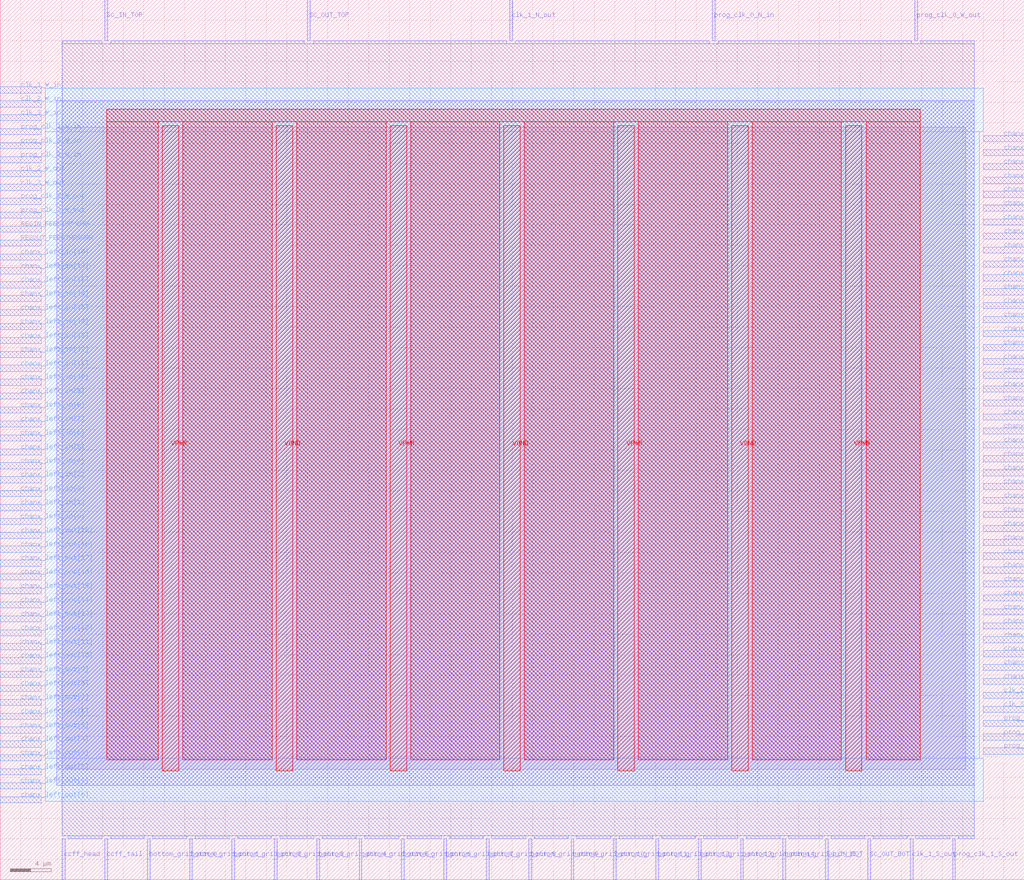
<source format=lef>
VERSION 5.7 ;
  NOWIREEXTENSIONATPIN ON ;
  DIVIDERCHAR "/" ;
  BUSBITCHARS "[]" ;
MACRO cbx_1__1_
  CLASS BLOCK ;
  FOREIGN cbx_1__1_ ;
  ORIGIN 0.000 0.000 ;
  SIZE 100.000 BY 86.000 ;
  PIN REGIN_FEEDTHROUGH
    DIRECTION INPUT ;
    USE SIGNAL ;
    PORT
      LAYER met3 ;
        RECT 0.000 63.280 4.000 63.880 ;
    END
  END REGIN_FEEDTHROUGH
  PIN REGOUT_FEEDTHROUGH
    DIRECTION OUTPUT TRISTATE ;
    USE SIGNAL ;
    PORT
      LAYER met3 ;
        RECT 0.000 61.920 4.000 62.520 ;
    END
  END REGOUT_FEEDTHROUGH
  PIN SC_IN_BOT
    DIRECTION INPUT ;
    USE SIGNAL ;
    PORT
      LAYER met2 ;
        RECT 80.590 0.000 80.870 4.000 ;
    END
  END SC_IN_BOT
  PIN SC_IN_TOP
    DIRECTION INPUT ;
    USE SIGNAL ;
    PORT
      LAYER met2 ;
        RECT 10.210 82.000 10.490 86.000 ;
    END
  END SC_IN_TOP
  PIN SC_OUT_BOT
    DIRECTION OUTPUT TRISTATE ;
    USE SIGNAL ;
    PORT
      LAYER met2 ;
        RECT 84.730 0.000 85.010 4.000 ;
    END
  END SC_OUT_BOT
  PIN SC_OUT_TOP
    DIRECTION OUTPUT TRISTATE ;
    USE SIGNAL ;
    PORT
      LAYER met2 ;
        RECT 29.990 82.000 30.270 86.000 ;
    END
  END SC_OUT_TOP
  PIN VGND
    DIRECTION INOUT ;
    USE GROUND ;
    PORT
      LAYER met4 ;
        RECT 26.960 10.640 28.560 73.680 ;
    END
    PORT
      LAYER met4 ;
        RECT 49.200 10.640 50.800 73.680 ;
    END
    PORT
      LAYER met4 ;
        RECT 71.440 10.640 73.040 73.680 ;
    END
  END VGND
  PIN VPWR
    DIRECTION INOUT ;
    USE POWER ;
    PORT
      LAYER met4 ;
        RECT 15.840 10.640 17.440 73.680 ;
    END
    PORT
      LAYER met4 ;
        RECT 38.080 10.640 39.680 73.680 ;
    END
    PORT
      LAYER met4 ;
        RECT 60.320 10.640 61.920 73.680 ;
    END
    PORT
      LAYER met4 ;
        RECT 82.560 10.640 84.160 73.680 ;
    END
  END VPWR
  PIN bottom_grid_pin_0_
    DIRECTION OUTPUT TRISTATE ;
    USE SIGNAL ;
    PORT
      LAYER met2 ;
        RECT 14.350 0.000 14.630 4.000 ;
    END
  END bottom_grid_pin_0_
  PIN bottom_grid_pin_10_
    DIRECTION OUTPUT TRISTATE ;
    USE SIGNAL ;
    PORT
      LAYER met2 ;
        RECT 55.750 0.000 56.030 4.000 ;
    END
  END bottom_grid_pin_10_
  PIN bottom_grid_pin_11_
    DIRECTION OUTPUT TRISTATE ;
    USE SIGNAL ;
    PORT
      LAYER met2 ;
        RECT 59.890 0.000 60.170 4.000 ;
    END
  END bottom_grid_pin_11_
  PIN bottom_grid_pin_12_
    DIRECTION OUTPUT TRISTATE ;
    USE SIGNAL ;
    PORT
      LAYER met2 ;
        RECT 64.030 0.000 64.310 4.000 ;
    END
  END bottom_grid_pin_12_
  PIN bottom_grid_pin_13_
    DIRECTION OUTPUT TRISTATE ;
    USE SIGNAL ;
    PORT
      LAYER met2 ;
        RECT 68.170 0.000 68.450 4.000 ;
    END
  END bottom_grid_pin_13_
  PIN bottom_grid_pin_14_
    DIRECTION OUTPUT TRISTATE ;
    USE SIGNAL ;
    PORT
      LAYER met2 ;
        RECT 72.310 0.000 72.590 4.000 ;
    END
  END bottom_grid_pin_14_
  PIN bottom_grid_pin_15_
    DIRECTION OUTPUT TRISTATE ;
    USE SIGNAL ;
    PORT
      LAYER met2 ;
        RECT 76.450 0.000 76.730 4.000 ;
    END
  END bottom_grid_pin_15_
  PIN bottom_grid_pin_1_
    DIRECTION OUTPUT TRISTATE ;
    USE SIGNAL ;
    PORT
      LAYER met2 ;
        RECT 18.490 0.000 18.770 4.000 ;
    END
  END bottom_grid_pin_1_
  PIN bottom_grid_pin_2_
    DIRECTION OUTPUT TRISTATE ;
    USE SIGNAL ;
    PORT
      LAYER met2 ;
        RECT 22.630 0.000 22.910 4.000 ;
    END
  END bottom_grid_pin_2_
  PIN bottom_grid_pin_3_
    DIRECTION OUTPUT TRISTATE ;
    USE SIGNAL ;
    PORT
      LAYER met2 ;
        RECT 26.770 0.000 27.050 4.000 ;
    END
  END bottom_grid_pin_3_
  PIN bottom_grid_pin_4_
    DIRECTION OUTPUT TRISTATE ;
    USE SIGNAL ;
    PORT
      LAYER met2 ;
        RECT 30.910 0.000 31.190 4.000 ;
    END
  END bottom_grid_pin_4_
  PIN bottom_grid_pin_5_
    DIRECTION OUTPUT TRISTATE ;
    USE SIGNAL ;
    PORT
      LAYER met2 ;
        RECT 35.050 0.000 35.330 4.000 ;
    END
  END bottom_grid_pin_5_
  PIN bottom_grid_pin_6_
    DIRECTION OUTPUT TRISTATE ;
    USE SIGNAL ;
    PORT
      LAYER met2 ;
        RECT 39.190 0.000 39.470 4.000 ;
    END
  END bottom_grid_pin_6_
  PIN bottom_grid_pin_7_
    DIRECTION OUTPUT TRISTATE ;
    USE SIGNAL ;
    PORT
      LAYER met2 ;
        RECT 43.330 0.000 43.610 4.000 ;
    END
  END bottom_grid_pin_7_
  PIN bottom_grid_pin_8_
    DIRECTION OUTPUT TRISTATE ;
    USE SIGNAL ;
    PORT
      LAYER met2 ;
        RECT 47.470 0.000 47.750 4.000 ;
    END
  END bottom_grid_pin_8_
  PIN bottom_grid_pin_9_
    DIRECTION OUTPUT TRISTATE ;
    USE SIGNAL ;
    PORT
      LAYER met2 ;
        RECT 51.610 0.000 51.890 4.000 ;
    END
  END bottom_grid_pin_9_
  PIN ccff_head
    DIRECTION INPUT ;
    USE SIGNAL ;
    PORT
      LAYER met2 ;
        RECT 6.070 0.000 6.350 4.000 ;
    END
  END ccff_head
  PIN ccff_tail
    DIRECTION OUTPUT TRISTATE ;
    USE SIGNAL ;
    PORT
      LAYER met2 ;
        RECT 10.210 0.000 10.490 4.000 ;
    END
  END ccff_tail
  PIN chanx_left_in[0]
    DIRECTION INPUT ;
    USE SIGNAL ;
    PORT
      LAYER met3 ;
        RECT 0.000 34.720 4.000 35.320 ;
    END
  END chanx_left_in[0]
  PIN chanx_left_in[10]
    DIRECTION INPUT ;
    USE SIGNAL ;
    PORT
      LAYER met3 ;
        RECT 0.000 48.320 4.000 48.920 ;
    END
  END chanx_left_in[10]
  PIN chanx_left_in[11]
    DIRECTION INPUT ;
    USE SIGNAL ;
    PORT
      LAYER met3 ;
        RECT 0.000 49.680 4.000 50.280 ;
    END
  END chanx_left_in[11]
  PIN chanx_left_in[12]
    DIRECTION INPUT ;
    USE SIGNAL ;
    PORT
      LAYER met3 ;
        RECT 0.000 51.040 4.000 51.640 ;
    END
  END chanx_left_in[12]
  PIN chanx_left_in[13]
    DIRECTION INPUT ;
    USE SIGNAL ;
    PORT
      LAYER met3 ;
        RECT 0.000 52.400 4.000 53.000 ;
    END
  END chanx_left_in[13]
  PIN chanx_left_in[14]
    DIRECTION INPUT ;
    USE SIGNAL ;
    PORT
      LAYER met3 ;
        RECT 0.000 53.760 4.000 54.360 ;
    END
  END chanx_left_in[14]
  PIN chanx_left_in[15]
    DIRECTION INPUT ;
    USE SIGNAL ;
    PORT
      LAYER met3 ;
        RECT 0.000 55.120 4.000 55.720 ;
    END
  END chanx_left_in[15]
  PIN chanx_left_in[16]
    DIRECTION INPUT ;
    USE SIGNAL ;
    PORT
      LAYER met3 ;
        RECT 0.000 56.480 4.000 57.080 ;
    END
  END chanx_left_in[16]
  PIN chanx_left_in[17]
    DIRECTION INPUT ;
    USE SIGNAL ;
    PORT
      LAYER met3 ;
        RECT 0.000 57.840 4.000 58.440 ;
    END
  END chanx_left_in[17]
  PIN chanx_left_in[18]
    DIRECTION INPUT ;
    USE SIGNAL ;
    PORT
      LAYER met3 ;
        RECT 0.000 59.200 4.000 59.800 ;
    END
  END chanx_left_in[18]
  PIN chanx_left_in[19]
    DIRECTION INPUT ;
    USE SIGNAL ;
    PORT
      LAYER met3 ;
        RECT 0.000 60.560 4.000 61.160 ;
    END
  END chanx_left_in[19]
  PIN chanx_left_in[1]
    DIRECTION INPUT ;
    USE SIGNAL ;
    PORT
      LAYER met3 ;
        RECT 0.000 36.080 4.000 36.680 ;
    END
  END chanx_left_in[1]
  PIN chanx_left_in[2]
    DIRECTION INPUT ;
    USE SIGNAL ;
    PORT
      LAYER met3 ;
        RECT 0.000 37.440 4.000 38.040 ;
    END
  END chanx_left_in[2]
  PIN chanx_left_in[3]
    DIRECTION INPUT ;
    USE SIGNAL ;
    PORT
      LAYER met3 ;
        RECT 0.000 38.800 4.000 39.400 ;
    END
  END chanx_left_in[3]
  PIN chanx_left_in[4]
    DIRECTION INPUT ;
    USE SIGNAL ;
    PORT
      LAYER met3 ;
        RECT 0.000 40.160 4.000 40.760 ;
    END
  END chanx_left_in[4]
  PIN chanx_left_in[5]
    DIRECTION INPUT ;
    USE SIGNAL ;
    PORT
      LAYER met3 ;
        RECT 0.000 41.520 4.000 42.120 ;
    END
  END chanx_left_in[5]
  PIN chanx_left_in[6]
    DIRECTION INPUT ;
    USE SIGNAL ;
    PORT
      LAYER met3 ;
        RECT 0.000 42.880 4.000 43.480 ;
    END
  END chanx_left_in[6]
  PIN chanx_left_in[7]
    DIRECTION INPUT ;
    USE SIGNAL ;
    PORT
      LAYER met3 ;
        RECT 0.000 44.240 4.000 44.840 ;
    END
  END chanx_left_in[7]
  PIN chanx_left_in[8]
    DIRECTION INPUT ;
    USE SIGNAL ;
    PORT
      LAYER met3 ;
        RECT 0.000 45.600 4.000 46.200 ;
    END
  END chanx_left_in[8]
  PIN chanx_left_in[9]
    DIRECTION INPUT ;
    USE SIGNAL ;
    PORT
      LAYER met3 ;
        RECT 0.000 46.960 4.000 47.560 ;
    END
  END chanx_left_in[9]
  PIN chanx_left_out[0]
    DIRECTION OUTPUT TRISTATE ;
    USE SIGNAL ;
    PORT
      LAYER met3 ;
        RECT 0.000 7.520 4.000 8.120 ;
    END
  END chanx_left_out[0]
  PIN chanx_left_out[10]
    DIRECTION OUTPUT TRISTATE ;
    USE SIGNAL ;
    PORT
      LAYER met3 ;
        RECT 0.000 21.120 4.000 21.720 ;
    END
  END chanx_left_out[10]
  PIN chanx_left_out[11]
    DIRECTION OUTPUT TRISTATE ;
    USE SIGNAL ;
    PORT
      LAYER met3 ;
        RECT 0.000 22.480 4.000 23.080 ;
    END
  END chanx_left_out[11]
  PIN chanx_left_out[12]
    DIRECTION OUTPUT TRISTATE ;
    USE SIGNAL ;
    PORT
      LAYER met3 ;
        RECT 0.000 23.840 4.000 24.440 ;
    END
  END chanx_left_out[12]
  PIN chanx_left_out[13]
    DIRECTION OUTPUT TRISTATE ;
    USE SIGNAL ;
    PORT
      LAYER met3 ;
        RECT 0.000 25.200 4.000 25.800 ;
    END
  END chanx_left_out[13]
  PIN chanx_left_out[14]
    DIRECTION OUTPUT TRISTATE ;
    USE SIGNAL ;
    PORT
      LAYER met3 ;
        RECT 0.000 26.560 4.000 27.160 ;
    END
  END chanx_left_out[14]
  PIN chanx_left_out[15]
    DIRECTION OUTPUT TRISTATE ;
    USE SIGNAL ;
    PORT
      LAYER met3 ;
        RECT 0.000 27.920 4.000 28.520 ;
    END
  END chanx_left_out[15]
  PIN chanx_left_out[16]
    DIRECTION OUTPUT TRISTATE ;
    USE SIGNAL ;
    PORT
      LAYER met3 ;
        RECT 0.000 29.280 4.000 29.880 ;
    END
  END chanx_left_out[16]
  PIN chanx_left_out[17]
    DIRECTION OUTPUT TRISTATE ;
    USE SIGNAL ;
    PORT
      LAYER met3 ;
        RECT 0.000 30.640 4.000 31.240 ;
    END
  END chanx_left_out[17]
  PIN chanx_left_out[18]
    DIRECTION OUTPUT TRISTATE ;
    USE SIGNAL ;
    PORT
      LAYER met3 ;
        RECT 0.000 32.000 4.000 32.600 ;
    END
  END chanx_left_out[18]
  PIN chanx_left_out[19]
    DIRECTION OUTPUT TRISTATE ;
    USE SIGNAL ;
    PORT
      LAYER met3 ;
        RECT 0.000 33.360 4.000 33.960 ;
    END
  END chanx_left_out[19]
  PIN chanx_left_out[1]
    DIRECTION OUTPUT TRISTATE ;
    USE SIGNAL ;
    PORT
      LAYER met3 ;
        RECT 0.000 8.880 4.000 9.480 ;
    END
  END chanx_left_out[1]
  PIN chanx_left_out[2]
    DIRECTION OUTPUT TRISTATE ;
    USE SIGNAL ;
    PORT
      LAYER met3 ;
        RECT 0.000 10.240 4.000 10.840 ;
    END
  END chanx_left_out[2]
  PIN chanx_left_out[3]
    DIRECTION OUTPUT TRISTATE ;
    USE SIGNAL ;
    PORT
      LAYER met3 ;
        RECT 0.000 11.600 4.000 12.200 ;
    END
  END chanx_left_out[3]
  PIN chanx_left_out[4]
    DIRECTION OUTPUT TRISTATE ;
    USE SIGNAL ;
    PORT
      LAYER met3 ;
        RECT 0.000 12.960 4.000 13.560 ;
    END
  END chanx_left_out[4]
  PIN chanx_left_out[5]
    DIRECTION OUTPUT TRISTATE ;
    USE SIGNAL ;
    PORT
      LAYER met3 ;
        RECT 0.000 14.320 4.000 14.920 ;
    END
  END chanx_left_out[5]
  PIN chanx_left_out[6]
    DIRECTION OUTPUT TRISTATE ;
    USE SIGNAL ;
    PORT
      LAYER met3 ;
        RECT 0.000 15.680 4.000 16.280 ;
    END
  END chanx_left_out[6]
  PIN chanx_left_out[7]
    DIRECTION OUTPUT TRISTATE ;
    USE SIGNAL ;
    PORT
      LAYER met3 ;
        RECT 0.000 17.040 4.000 17.640 ;
    END
  END chanx_left_out[7]
  PIN chanx_left_out[8]
    DIRECTION OUTPUT TRISTATE ;
    USE SIGNAL ;
    PORT
      LAYER met3 ;
        RECT 0.000 18.400 4.000 19.000 ;
    END
  END chanx_left_out[8]
  PIN chanx_left_out[9]
    DIRECTION OUTPUT TRISTATE ;
    USE SIGNAL ;
    PORT
      LAYER met3 ;
        RECT 0.000 19.760 4.000 20.360 ;
    END
  END chanx_left_out[9]
  PIN chanx_right_in[0]
    DIRECTION INPUT ;
    USE SIGNAL ;
    PORT
      LAYER met3 ;
        RECT 96.000 46.280 100.000 46.880 ;
    END
  END chanx_right_in[0]
  PIN chanx_right_in[10]
    DIRECTION INPUT ;
    USE SIGNAL ;
    PORT
      LAYER met3 ;
        RECT 96.000 59.880 100.000 60.480 ;
    END
  END chanx_right_in[10]
  PIN chanx_right_in[11]
    DIRECTION INPUT ;
    USE SIGNAL ;
    PORT
      LAYER met3 ;
        RECT 96.000 61.240 100.000 61.840 ;
    END
  END chanx_right_in[11]
  PIN chanx_right_in[12]
    DIRECTION INPUT ;
    USE SIGNAL ;
    PORT
      LAYER met3 ;
        RECT 96.000 62.600 100.000 63.200 ;
    END
  END chanx_right_in[12]
  PIN chanx_right_in[13]
    DIRECTION INPUT ;
    USE SIGNAL ;
    PORT
      LAYER met3 ;
        RECT 96.000 63.960 100.000 64.560 ;
    END
  END chanx_right_in[13]
  PIN chanx_right_in[14]
    DIRECTION INPUT ;
    USE SIGNAL ;
    PORT
      LAYER met3 ;
        RECT 96.000 65.320 100.000 65.920 ;
    END
  END chanx_right_in[14]
  PIN chanx_right_in[15]
    DIRECTION INPUT ;
    USE SIGNAL ;
    PORT
      LAYER met3 ;
        RECT 96.000 66.680 100.000 67.280 ;
    END
  END chanx_right_in[15]
  PIN chanx_right_in[16]
    DIRECTION INPUT ;
    USE SIGNAL ;
    PORT
      LAYER met3 ;
        RECT 96.000 68.040 100.000 68.640 ;
    END
  END chanx_right_in[16]
  PIN chanx_right_in[17]
    DIRECTION INPUT ;
    USE SIGNAL ;
    PORT
      LAYER met3 ;
        RECT 96.000 69.400 100.000 70.000 ;
    END
  END chanx_right_in[17]
  PIN chanx_right_in[18]
    DIRECTION INPUT ;
    USE SIGNAL ;
    PORT
      LAYER met3 ;
        RECT 96.000 70.760 100.000 71.360 ;
    END
  END chanx_right_in[18]
  PIN chanx_right_in[19]
    DIRECTION INPUT ;
    USE SIGNAL ;
    PORT
      LAYER met3 ;
        RECT 96.000 72.120 100.000 72.720 ;
    END
  END chanx_right_in[19]
  PIN chanx_right_in[1]
    DIRECTION INPUT ;
    USE SIGNAL ;
    PORT
      LAYER met3 ;
        RECT 96.000 47.640 100.000 48.240 ;
    END
  END chanx_right_in[1]
  PIN chanx_right_in[2]
    DIRECTION INPUT ;
    USE SIGNAL ;
    PORT
      LAYER met3 ;
        RECT 96.000 49.000 100.000 49.600 ;
    END
  END chanx_right_in[2]
  PIN chanx_right_in[3]
    DIRECTION INPUT ;
    USE SIGNAL ;
    PORT
      LAYER met3 ;
        RECT 96.000 50.360 100.000 50.960 ;
    END
  END chanx_right_in[3]
  PIN chanx_right_in[4]
    DIRECTION INPUT ;
    USE SIGNAL ;
    PORT
      LAYER met3 ;
        RECT 96.000 51.720 100.000 52.320 ;
    END
  END chanx_right_in[4]
  PIN chanx_right_in[5]
    DIRECTION INPUT ;
    USE SIGNAL ;
    PORT
      LAYER met3 ;
        RECT 96.000 53.080 100.000 53.680 ;
    END
  END chanx_right_in[5]
  PIN chanx_right_in[6]
    DIRECTION INPUT ;
    USE SIGNAL ;
    PORT
      LAYER met3 ;
        RECT 96.000 54.440 100.000 55.040 ;
    END
  END chanx_right_in[6]
  PIN chanx_right_in[7]
    DIRECTION INPUT ;
    USE SIGNAL ;
    PORT
      LAYER met3 ;
        RECT 96.000 55.800 100.000 56.400 ;
    END
  END chanx_right_in[7]
  PIN chanx_right_in[8]
    DIRECTION INPUT ;
    USE SIGNAL ;
    PORT
      LAYER met3 ;
        RECT 96.000 57.160 100.000 57.760 ;
    END
  END chanx_right_in[8]
  PIN chanx_right_in[9]
    DIRECTION INPUT ;
    USE SIGNAL ;
    PORT
      LAYER met3 ;
        RECT 96.000 58.520 100.000 59.120 ;
    END
  END chanx_right_in[9]
  PIN chanx_right_out[0]
    DIRECTION OUTPUT TRISTATE ;
    USE SIGNAL ;
    PORT
      LAYER met3 ;
        RECT 96.000 19.080 100.000 19.680 ;
    END
  END chanx_right_out[0]
  PIN chanx_right_out[10]
    DIRECTION OUTPUT TRISTATE ;
    USE SIGNAL ;
    PORT
      LAYER met3 ;
        RECT 96.000 32.680 100.000 33.280 ;
    END
  END chanx_right_out[10]
  PIN chanx_right_out[11]
    DIRECTION OUTPUT TRISTATE ;
    USE SIGNAL ;
    PORT
      LAYER met3 ;
        RECT 96.000 34.040 100.000 34.640 ;
    END
  END chanx_right_out[11]
  PIN chanx_right_out[12]
    DIRECTION OUTPUT TRISTATE ;
    USE SIGNAL ;
    PORT
      LAYER met3 ;
        RECT 96.000 35.400 100.000 36.000 ;
    END
  END chanx_right_out[12]
  PIN chanx_right_out[13]
    DIRECTION OUTPUT TRISTATE ;
    USE SIGNAL ;
    PORT
      LAYER met3 ;
        RECT 96.000 36.760 100.000 37.360 ;
    END
  END chanx_right_out[13]
  PIN chanx_right_out[14]
    DIRECTION OUTPUT TRISTATE ;
    USE SIGNAL ;
    PORT
      LAYER met3 ;
        RECT 96.000 38.120 100.000 38.720 ;
    END
  END chanx_right_out[14]
  PIN chanx_right_out[15]
    DIRECTION OUTPUT TRISTATE ;
    USE SIGNAL ;
    PORT
      LAYER met3 ;
        RECT 96.000 39.480 100.000 40.080 ;
    END
  END chanx_right_out[15]
  PIN chanx_right_out[16]
    DIRECTION OUTPUT TRISTATE ;
    USE SIGNAL ;
    PORT
      LAYER met3 ;
        RECT 96.000 40.840 100.000 41.440 ;
    END
  END chanx_right_out[16]
  PIN chanx_right_out[17]
    DIRECTION OUTPUT TRISTATE ;
    USE SIGNAL ;
    PORT
      LAYER met3 ;
        RECT 96.000 42.200 100.000 42.800 ;
    END
  END chanx_right_out[17]
  PIN chanx_right_out[18]
    DIRECTION OUTPUT TRISTATE ;
    USE SIGNAL ;
    PORT
      LAYER met3 ;
        RECT 96.000 43.560 100.000 44.160 ;
    END
  END chanx_right_out[18]
  PIN chanx_right_out[19]
    DIRECTION OUTPUT TRISTATE ;
    USE SIGNAL ;
    PORT
      LAYER met3 ;
        RECT 96.000 44.920 100.000 45.520 ;
    END
  END chanx_right_out[19]
  PIN chanx_right_out[1]
    DIRECTION OUTPUT TRISTATE ;
    USE SIGNAL ;
    PORT
      LAYER met3 ;
        RECT 96.000 20.440 100.000 21.040 ;
    END
  END chanx_right_out[1]
  PIN chanx_right_out[2]
    DIRECTION OUTPUT TRISTATE ;
    USE SIGNAL ;
    PORT
      LAYER met3 ;
        RECT 96.000 21.800 100.000 22.400 ;
    END
  END chanx_right_out[2]
  PIN chanx_right_out[3]
    DIRECTION OUTPUT TRISTATE ;
    USE SIGNAL ;
    PORT
      LAYER met3 ;
        RECT 96.000 23.160 100.000 23.760 ;
    END
  END chanx_right_out[3]
  PIN chanx_right_out[4]
    DIRECTION OUTPUT TRISTATE ;
    USE SIGNAL ;
    PORT
      LAYER met3 ;
        RECT 96.000 24.520 100.000 25.120 ;
    END
  END chanx_right_out[4]
  PIN chanx_right_out[5]
    DIRECTION OUTPUT TRISTATE ;
    USE SIGNAL ;
    PORT
      LAYER met3 ;
        RECT 96.000 25.880 100.000 26.480 ;
    END
  END chanx_right_out[5]
  PIN chanx_right_out[6]
    DIRECTION OUTPUT TRISTATE ;
    USE SIGNAL ;
    PORT
      LAYER met3 ;
        RECT 96.000 27.240 100.000 27.840 ;
    END
  END chanx_right_out[6]
  PIN chanx_right_out[7]
    DIRECTION OUTPUT TRISTATE ;
    USE SIGNAL ;
    PORT
      LAYER met3 ;
        RECT 96.000 28.600 100.000 29.200 ;
    END
  END chanx_right_out[7]
  PIN chanx_right_out[8]
    DIRECTION OUTPUT TRISTATE ;
    USE SIGNAL ;
    PORT
      LAYER met3 ;
        RECT 96.000 29.960 100.000 30.560 ;
    END
  END chanx_right_out[8]
  PIN chanx_right_out[9]
    DIRECTION OUTPUT TRISTATE ;
    USE SIGNAL ;
    PORT
      LAYER met3 ;
        RECT 96.000 31.320 100.000 31.920 ;
    END
  END chanx_right_out[9]
  PIN clk_1_N_out
    DIRECTION OUTPUT TRISTATE ;
    USE SIGNAL ;
    PORT
      LAYER met2 ;
        RECT 49.770 82.000 50.050 86.000 ;
    END
  END clk_1_N_out
  PIN clk_1_S_out
    DIRECTION OUTPUT TRISTATE ;
    USE SIGNAL ;
    PORT
      LAYER met2 ;
        RECT 88.870 0.000 89.150 4.000 ;
    END
  END clk_1_S_out
  PIN clk_1_W_in
    DIRECTION INPUT ;
    USE SIGNAL ;
    PORT
      LAYER met3 ;
        RECT 0.000 76.880 4.000 77.480 ;
    END
  END clk_1_W_in
  PIN clk_2_E_out
    DIRECTION OUTPUT TRISTATE ;
    USE SIGNAL ;
    PORT
      LAYER met3 ;
        RECT 96.000 17.720 100.000 18.320 ;
    END
  END clk_2_E_out
  PIN clk_2_W_in
    DIRECTION INPUT ;
    USE SIGNAL ;
    PORT
      LAYER met3 ;
        RECT 0.000 75.520 4.000 76.120 ;
    END
  END clk_2_W_in
  PIN clk_2_W_out
    DIRECTION OUTPUT TRISTATE ;
    USE SIGNAL ;
    PORT
      LAYER met3 ;
        RECT 0.000 68.720 4.000 69.320 ;
    END
  END clk_2_W_out
  PIN clk_3_E_out
    DIRECTION OUTPUT TRISTATE ;
    USE SIGNAL ;
    PORT
      LAYER met3 ;
        RECT 96.000 16.360 100.000 16.960 ;
    END
  END clk_3_E_out
  PIN clk_3_W_in
    DIRECTION INPUT ;
    USE SIGNAL ;
    PORT
      LAYER met3 ;
        RECT 0.000 74.160 4.000 74.760 ;
    END
  END clk_3_W_in
  PIN clk_3_W_out
    DIRECTION OUTPUT TRISTATE ;
    USE SIGNAL ;
    PORT
      LAYER met3 ;
        RECT 0.000 67.360 4.000 67.960 ;
    END
  END clk_3_W_out
  PIN prog_clk_0_N_in
    DIRECTION INPUT ;
    USE SIGNAL ;
    PORT
      LAYER met2 ;
        RECT 69.550 82.000 69.830 86.000 ;
    END
  END prog_clk_0_N_in
  PIN prog_clk_0_W_out
    DIRECTION OUTPUT TRISTATE ;
    USE SIGNAL ;
    PORT
      LAYER met2 ;
        RECT 89.330 82.000 89.610 86.000 ;
    END
  END prog_clk_0_W_out
  PIN prog_clk_1_N_out
    DIRECTION OUTPUT TRISTATE ;
    USE SIGNAL ;
    PORT
      LAYER met3 ;
        RECT 96.000 15.000 100.000 15.600 ;
    END
  END prog_clk_1_N_out
  PIN prog_clk_1_S_out
    DIRECTION OUTPUT TRISTATE ;
    USE SIGNAL ;
    PORT
      LAYER met2 ;
        RECT 93.010 0.000 93.290 4.000 ;
    END
  END prog_clk_1_S_out
  PIN prog_clk_1_W_in
    DIRECTION INPUT ;
    USE SIGNAL ;
    PORT
      LAYER met3 ;
        RECT 0.000 72.800 4.000 73.400 ;
    END
  END prog_clk_1_W_in
  PIN prog_clk_2_E_out
    DIRECTION OUTPUT TRISTATE ;
    USE SIGNAL ;
    PORT
      LAYER met3 ;
        RECT 96.000 13.640 100.000 14.240 ;
    END
  END prog_clk_2_E_out
  PIN prog_clk_2_W_in
    DIRECTION INPUT ;
    USE SIGNAL ;
    PORT
      LAYER met3 ;
        RECT 0.000 71.440 4.000 72.040 ;
    END
  END prog_clk_2_W_in
  PIN prog_clk_2_W_out
    DIRECTION OUTPUT TRISTATE ;
    USE SIGNAL ;
    PORT
      LAYER met3 ;
        RECT 0.000 66.000 4.000 66.600 ;
    END
  END prog_clk_2_W_out
  PIN prog_clk_3_E_out
    DIRECTION OUTPUT TRISTATE ;
    USE SIGNAL ;
    PORT
      LAYER met3 ;
        RECT 96.000 12.280 100.000 12.880 ;
    END
  END prog_clk_3_E_out
  PIN prog_clk_3_W_in
    DIRECTION INPUT ;
    USE SIGNAL ;
    PORT
      LAYER met3 ;
        RECT 0.000 70.080 4.000 70.680 ;
    END
  END prog_clk_3_W_in
  PIN prog_clk_3_W_out
    DIRECTION OUTPUT TRISTATE ;
    USE SIGNAL ;
    PORT
      LAYER met3 ;
        RECT 0.000 64.640 4.000 65.240 ;
    END
  END prog_clk_3_W_out
  OBS
      LAYER li1 ;
        RECT 5.520 10.795 94.300 73.525 ;
      LAYER met1 ;
        RECT 5.520 9.220 95.150 76.120 ;
      LAYER met2 ;
        RECT 6.080 81.720 9.930 82.000 ;
        RECT 10.770 81.720 29.710 82.000 ;
        RECT 30.550 81.720 49.490 82.000 ;
        RECT 50.330 81.720 69.270 82.000 ;
        RECT 70.110 81.720 89.050 82.000 ;
        RECT 89.890 81.720 95.120 82.000 ;
        RECT 6.080 4.280 95.120 81.720 ;
        RECT 6.630 4.000 9.930 4.280 ;
        RECT 10.770 4.000 14.070 4.280 ;
        RECT 14.910 4.000 18.210 4.280 ;
        RECT 19.050 4.000 22.350 4.280 ;
        RECT 23.190 4.000 26.490 4.280 ;
        RECT 27.330 4.000 30.630 4.280 ;
        RECT 31.470 4.000 34.770 4.280 ;
        RECT 35.610 4.000 38.910 4.280 ;
        RECT 39.750 4.000 43.050 4.280 ;
        RECT 43.890 4.000 47.190 4.280 ;
        RECT 48.030 4.000 51.330 4.280 ;
        RECT 52.170 4.000 55.470 4.280 ;
        RECT 56.310 4.000 59.610 4.280 ;
        RECT 60.450 4.000 63.750 4.280 ;
        RECT 64.590 4.000 67.890 4.280 ;
        RECT 68.730 4.000 72.030 4.280 ;
        RECT 72.870 4.000 76.170 4.280 ;
        RECT 77.010 4.000 80.310 4.280 ;
        RECT 81.150 4.000 84.450 4.280 ;
        RECT 85.290 4.000 88.590 4.280 ;
        RECT 89.430 4.000 92.730 4.280 ;
        RECT 93.570 4.000 95.120 4.280 ;
      LAYER met3 ;
        RECT 4.400 73.120 96.000 77.345 ;
        RECT 4.400 11.880 95.600 73.120 ;
        RECT 4.400 7.655 96.000 11.880 ;
      LAYER met4 ;
        RECT 10.415 74.080 89.865 75.305 ;
        RECT 10.415 11.735 15.440 74.080 ;
        RECT 17.840 11.735 26.560 74.080 ;
        RECT 28.960 11.735 37.680 74.080 ;
        RECT 40.080 11.735 48.800 74.080 ;
        RECT 51.200 11.735 59.920 74.080 ;
        RECT 62.320 11.735 71.040 74.080 ;
        RECT 73.440 11.735 82.160 74.080 ;
        RECT 84.560 11.735 89.865 74.080 ;
  END
END cbx_1__1_
END LIBRARY


</source>
